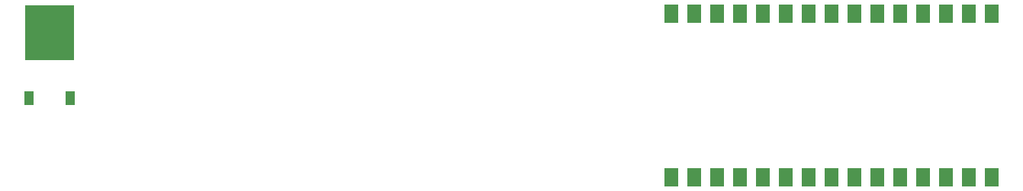
<source format=gbr>
G04 EAGLE Gerber RS-274X export*
G75*
%MOMM*%
%FSLAX34Y34*%
%LPD*%
%INSolderpaste Top*%
%IPPOS*%
%AMOC8*
5,1,8,0,0,1.08239X$1,22.5*%
G01*
%ADD10R,5.400000X6.200000*%
%ADD11R,1.000000X1.600000*%
%ADD12R,1.560000X2.000000*%


D10*
X88900Y347100D03*
D11*
X66100Y274100D03*
X111700Y274100D03*
D12*
X1134400Y367700D03*
X1109000Y367700D03*
X1083600Y367700D03*
X1058200Y367700D03*
X1032800Y367700D03*
X1007400Y367700D03*
X982000Y367700D03*
X956600Y367700D03*
X931200Y367700D03*
X905800Y367700D03*
X880400Y367700D03*
X855000Y367700D03*
X829600Y367700D03*
X804200Y367700D03*
X778800Y367700D03*
X778800Y185700D03*
X804200Y185700D03*
X829600Y185700D03*
X855000Y185700D03*
X880400Y185700D03*
X905800Y185700D03*
X931200Y185700D03*
X956600Y185700D03*
X982000Y185700D03*
X1007400Y185700D03*
X1032800Y185700D03*
X1058200Y185700D03*
X1083600Y185700D03*
X1109000Y185700D03*
X1134400Y185700D03*
M02*

</source>
